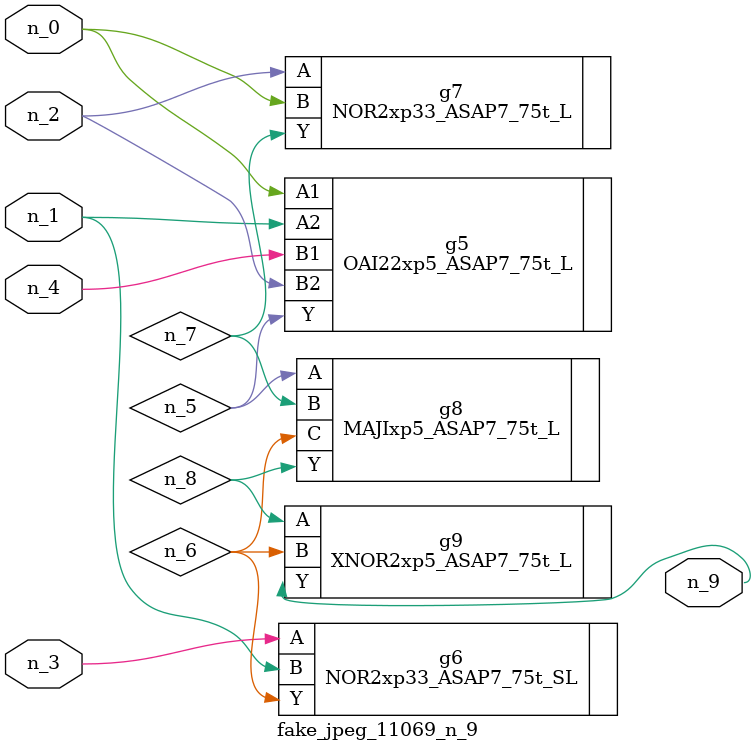
<source format=v>
module fake_jpeg_11069_n_9 (n_3, n_2, n_1, n_0, n_4, n_9);

input n_3;
input n_2;
input n_1;
input n_0;
input n_4;

output n_9;

wire n_8;
wire n_6;
wire n_5;
wire n_7;

OAI22xp5_ASAP7_75t_L g5 ( 
.A1(n_0),
.A2(n_1),
.B1(n_4),
.B2(n_2),
.Y(n_5)
);

NOR2xp33_ASAP7_75t_SL g6 ( 
.A(n_3),
.B(n_1),
.Y(n_6)
);

NOR2xp33_ASAP7_75t_L g7 ( 
.A(n_2),
.B(n_0),
.Y(n_7)
);

MAJIxp5_ASAP7_75t_L g8 ( 
.A(n_5),
.B(n_7),
.C(n_6),
.Y(n_8)
);

XNOR2xp5_ASAP7_75t_L g9 ( 
.A(n_8),
.B(n_6),
.Y(n_9)
);


endmodule
</source>
